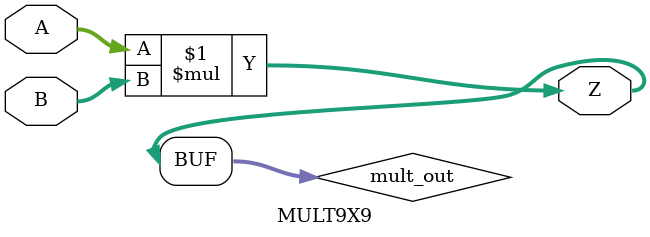
<source format=v>

module mult_srst_ena (
    input  wire        CLK,
    input  wire        RST,
    input  wire        ENA,
    input  wire [ 8:0] A,
    input  wire [ 8:0] B,
    output wire [17:0] Z
);

    reg [8:0] ra;
    always @(posedge CLK)
        if (RST)      ra <= 0;
        else if (ENA) ra <= A;

    MULT9X9 mult (
        .A (ra),
        .B (B),
        .Z (Z)
    );

endmodule
module MULT9X9 (
    input  wire [8:0] A,
    input  wire [8:0] B,
    output wire [17:0] Z
);

    wire [17:0] mult_out;
    assign mult_out = A * B;

    assign Z = mult_out;

endmodule
</source>
